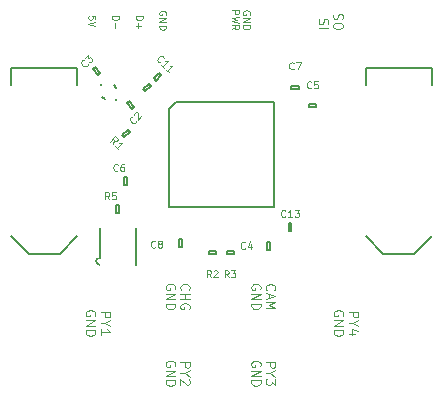
<source format=gto>
G04 #@! TF.FileFunction,Legend,Top*
%FSLAX46Y46*%
G04 Gerber Fmt 4.6, Leading zero omitted, Abs format (unit mm)*
G04 Created by KiCad (PCBNEW 4.0.2+e4-6225~38~ubuntu14.04.1-stable) date Sun 12 Jun 2016 21:18:27 BST*
%MOMM*%
G01*
G04 APERTURE LIST*
%ADD10C,0.100000*%
%ADD11C,0.120000*%
%ADD12C,0.150000*%
%ADD13C,1.200000*%
%ADD14C,1.600000*%
%ADD15R,1.500000X0.300000*%
%ADD16R,0.300000X1.500000*%
%ADD17R,0.750000X0.900000*%
%ADD18R,0.350000X0.650000*%
%ADD19R,0.802000X0.802000*%
%ADD20R,2.920000X0.740000*%
%ADD21C,1.000000*%
%ADD22R,0.900000X0.750000*%
%ADD23R,0.620000X0.620000*%
G04 APERTURE END LIST*
D10*
D11*
X95300000Y-87657143D02*
X95328571Y-87600000D01*
X95328571Y-87514286D01*
X95300000Y-87428571D01*
X95242857Y-87371429D01*
X95185714Y-87342857D01*
X95071429Y-87314286D01*
X94985714Y-87314286D01*
X94871429Y-87342857D01*
X94814286Y-87371429D01*
X94757143Y-87428571D01*
X94728571Y-87514286D01*
X94728571Y-87571429D01*
X94757143Y-87657143D01*
X94785714Y-87685714D01*
X94985714Y-87685714D01*
X94985714Y-87571429D01*
X94728571Y-87942857D02*
X95328571Y-87942857D01*
X94728571Y-88285714D01*
X95328571Y-88285714D01*
X94728571Y-88571428D02*
X95328571Y-88571428D01*
X95328571Y-88714285D01*
X95300000Y-88800000D01*
X95242857Y-88857142D01*
X95185714Y-88885714D01*
X95071429Y-88914285D01*
X94985714Y-88914285D01*
X94871429Y-88885714D01*
X94814286Y-88857142D01*
X94757143Y-88800000D01*
X94728571Y-88714285D01*
X94728571Y-88571428D01*
X92728571Y-87742857D02*
X93328571Y-87742857D01*
X93328571Y-87885714D01*
X93300000Y-87971429D01*
X93242857Y-88028571D01*
X93185714Y-88057143D01*
X93071429Y-88085714D01*
X92985714Y-88085714D01*
X92871429Y-88057143D01*
X92814286Y-88028571D01*
X92757143Y-87971429D01*
X92728571Y-87885714D01*
X92728571Y-87742857D01*
X92957143Y-88342857D02*
X92957143Y-88800000D01*
X92728571Y-88571429D02*
X93185714Y-88571429D01*
X90728571Y-87742857D02*
X91328571Y-87742857D01*
X91328571Y-87885714D01*
X91300000Y-87971429D01*
X91242857Y-88028571D01*
X91185714Y-88057143D01*
X91071429Y-88085714D01*
X90985714Y-88085714D01*
X90871429Y-88057143D01*
X90814286Y-88028571D01*
X90757143Y-87971429D01*
X90728571Y-87885714D01*
X90728571Y-87742857D01*
X90957143Y-88342857D02*
X90957143Y-88800000D01*
X89328571Y-88028571D02*
X89328571Y-87742857D01*
X89042857Y-87714286D01*
X89071429Y-87742857D01*
X89100000Y-87800000D01*
X89100000Y-87942857D01*
X89071429Y-88000000D01*
X89042857Y-88028571D01*
X88985714Y-88057143D01*
X88842857Y-88057143D01*
X88785714Y-88028571D01*
X88757143Y-88000000D01*
X88728571Y-87942857D01*
X88728571Y-87800000D01*
X88757143Y-87742857D01*
X88785714Y-87714286D01*
X89328571Y-88228572D02*
X88728571Y-88428572D01*
X89328571Y-88628572D01*
X102380000Y-87628572D02*
X102408571Y-87571429D01*
X102408571Y-87485715D01*
X102380000Y-87400000D01*
X102322857Y-87342858D01*
X102265714Y-87314286D01*
X102151429Y-87285715D01*
X102065714Y-87285715D01*
X101951429Y-87314286D01*
X101894286Y-87342858D01*
X101837143Y-87400000D01*
X101808571Y-87485715D01*
X101808571Y-87542858D01*
X101837143Y-87628572D01*
X101865714Y-87657143D01*
X102065714Y-87657143D01*
X102065714Y-87542858D01*
X101808571Y-87914286D02*
X102408571Y-87914286D01*
X101808571Y-88257143D01*
X102408571Y-88257143D01*
X101808571Y-88542857D02*
X102408571Y-88542857D01*
X102408571Y-88685714D01*
X102380000Y-88771429D01*
X102322857Y-88828571D01*
X102265714Y-88857143D01*
X102151429Y-88885714D01*
X102065714Y-88885714D01*
X101951429Y-88857143D01*
X101894286Y-88828571D01*
X101837143Y-88771429D01*
X101808571Y-88685714D01*
X101808571Y-88542857D01*
X100848571Y-87257143D02*
X101448571Y-87257143D01*
X101448571Y-87485715D01*
X101420000Y-87542857D01*
X101391429Y-87571429D01*
X101334286Y-87600000D01*
X101248571Y-87600000D01*
X101191429Y-87571429D01*
X101162857Y-87542857D01*
X101134286Y-87485715D01*
X101134286Y-87257143D01*
X101448571Y-87800000D02*
X100848571Y-87942857D01*
X101277143Y-88057143D01*
X100848571Y-88171429D01*
X101448571Y-88314286D01*
X100848571Y-88885714D02*
X101134286Y-88685714D01*
X100848571Y-88542857D02*
X101448571Y-88542857D01*
X101448571Y-88771429D01*
X101420000Y-88828571D01*
X101391429Y-88857143D01*
X101334286Y-88885714D01*
X101248571Y-88885714D01*
X101191429Y-88857143D01*
X101162857Y-88828571D01*
X101134286Y-88771429D01*
X101134286Y-88542857D01*
X109496190Y-87552381D02*
X109458095Y-87666667D01*
X109458095Y-87857143D01*
X109496190Y-87933333D01*
X109534286Y-87971429D01*
X109610476Y-88009524D01*
X109686667Y-88009524D01*
X109762857Y-87971429D01*
X109800952Y-87933333D01*
X109839048Y-87857143D01*
X109877143Y-87704762D01*
X109915238Y-87628571D01*
X109953333Y-87590476D01*
X110029524Y-87552381D01*
X110105714Y-87552381D01*
X110181905Y-87590476D01*
X110220000Y-87628571D01*
X110258095Y-87704762D01*
X110258095Y-87895238D01*
X110220000Y-88009524D01*
X110258095Y-88504762D02*
X110258095Y-88657143D01*
X110220000Y-88733334D01*
X110143810Y-88809524D01*
X109991429Y-88847619D01*
X109724762Y-88847619D01*
X109572381Y-88809524D01*
X109496190Y-88733334D01*
X109458095Y-88657143D01*
X109458095Y-88504762D01*
X109496190Y-88428572D01*
X109572381Y-88352381D01*
X109724762Y-88314286D01*
X109991429Y-88314286D01*
X110143810Y-88352381D01*
X110220000Y-88428572D01*
X110258095Y-88504762D01*
X108256190Y-88009524D02*
X108218095Y-88123810D01*
X108218095Y-88314286D01*
X108256190Y-88390476D01*
X108294286Y-88428572D01*
X108370476Y-88466667D01*
X108446667Y-88466667D01*
X108522857Y-88428572D01*
X108560952Y-88390476D01*
X108599048Y-88314286D01*
X108637143Y-88161905D01*
X108675238Y-88085714D01*
X108713333Y-88047619D01*
X108789524Y-88009524D01*
X108865714Y-88009524D01*
X108941905Y-88047619D01*
X108980000Y-88085714D01*
X109018095Y-88161905D01*
X109018095Y-88352381D01*
X108980000Y-88466667D01*
X108218095Y-88809524D02*
X109018095Y-88809524D01*
X96584286Y-110928572D02*
X96546190Y-110890477D01*
X96508095Y-110776191D01*
X96508095Y-110700001D01*
X96546190Y-110585715D01*
X96622381Y-110509524D01*
X96698571Y-110471429D01*
X96850952Y-110433334D01*
X96965238Y-110433334D01*
X97117619Y-110471429D01*
X97193810Y-110509524D01*
X97270000Y-110585715D01*
X97308095Y-110700001D01*
X97308095Y-110776191D01*
X97270000Y-110890477D01*
X97231905Y-110928572D01*
X96508095Y-111271429D02*
X97308095Y-111271429D01*
X96927143Y-111271429D02*
X96927143Y-111728572D01*
X96508095Y-111728572D02*
X97308095Y-111728572D01*
X97270000Y-112528572D02*
X97308095Y-112452381D01*
X97308095Y-112338096D01*
X97270000Y-112223810D01*
X97193810Y-112147619D01*
X97117619Y-112109524D01*
X96965238Y-112071429D01*
X96850952Y-112071429D01*
X96698571Y-112109524D01*
X96622381Y-112147619D01*
X96546190Y-112223810D01*
X96508095Y-112338096D01*
X96508095Y-112414286D01*
X96546190Y-112528572D01*
X96584286Y-112566667D01*
X96850952Y-112566667D01*
X96850952Y-112414286D01*
X96030000Y-110890477D02*
X96068095Y-110814286D01*
X96068095Y-110700001D01*
X96030000Y-110585715D01*
X95953810Y-110509524D01*
X95877619Y-110471429D01*
X95725238Y-110433334D01*
X95610952Y-110433334D01*
X95458571Y-110471429D01*
X95382381Y-110509524D01*
X95306190Y-110585715D01*
X95268095Y-110700001D01*
X95268095Y-110776191D01*
X95306190Y-110890477D01*
X95344286Y-110928572D01*
X95610952Y-110928572D01*
X95610952Y-110776191D01*
X95268095Y-111271429D02*
X96068095Y-111271429D01*
X95268095Y-111728572D01*
X96068095Y-111728572D01*
X95268095Y-112109524D02*
X96068095Y-112109524D01*
X96068095Y-112300000D01*
X96030000Y-112414286D01*
X95953810Y-112490477D01*
X95877619Y-112528572D01*
X95725238Y-112566667D01*
X95610952Y-112566667D01*
X95458571Y-112528572D01*
X95382381Y-112490477D01*
X95306190Y-112414286D01*
X95268095Y-112300000D01*
X95268095Y-112109524D01*
X103834286Y-110947619D02*
X103796190Y-110909524D01*
X103758095Y-110795238D01*
X103758095Y-110719048D01*
X103796190Y-110604762D01*
X103872381Y-110528571D01*
X103948571Y-110490476D01*
X104100952Y-110452381D01*
X104215238Y-110452381D01*
X104367619Y-110490476D01*
X104443810Y-110528571D01*
X104520000Y-110604762D01*
X104558095Y-110719048D01*
X104558095Y-110795238D01*
X104520000Y-110909524D01*
X104481905Y-110947619D01*
X103986667Y-111252381D02*
X103986667Y-111633333D01*
X103758095Y-111176190D02*
X104558095Y-111442857D01*
X103758095Y-111709524D01*
X103758095Y-111976190D02*
X104558095Y-111976190D01*
X103986667Y-112242857D01*
X104558095Y-112509524D01*
X103758095Y-112509524D01*
X103280000Y-110890477D02*
X103318095Y-110814286D01*
X103318095Y-110700001D01*
X103280000Y-110585715D01*
X103203810Y-110509524D01*
X103127619Y-110471429D01*
X102975238Y-110433334D01*
X102860952Y-110433334D01*
X102708571Y-110471429D01*
X102632381Y-110509524D01*
X102556190Y-110585715D01*
X102518095Y-110700001D01*
X102518095Y-110776191D01*
X102556190Y-110890477D01*
X102594286Y-110928572D01*
X102860952Y-110928572D01*
X102860952Y-110776191D01*
X102518095Y-111271429D02*
X103318095Y-111271429D01*
X102518095Y-111728572D01*
X103318095Y-111728572D01*
X102518095Y-112109524D02*
X103318095Y-112109524D01*
X103318095Y-112300000D01*
X103280000Y-112414286D01*
X103203810Y-112490477D01*
X103127619Y-112528572D01*
X102975238Y-112566667D01*
X102860952Y-112566667D01*
X102708571Y-112528572D01*
X102632381Y-112490477D01*
X102556190Y-112414286D01*
X102518095Y-112300000D01*
X102518095Y-112109524D01*
X110758095Y-112816667D02*
X111558095Y-112816667D01*
X111558095Y-113121429D01*
X111520000Y-113197620D01*
X111481905Y-113235715D01*
X111405714Y-113273810D01*
X111291429Y-113273810D01*
X111215238Y-113235715D01*
X111177143Y-113197620D01*
X111139048Y-113121429D01*
X111139048Y-112816667D01*
X111139048Y-113769048D02*
X110758095Y-113769048D01*
X111558095Y-113502381D02*
X111139048Y-113769048D01*
X111558095Y-114035715D01*
X111291429Y-114645238D02*
X110758095Y-114645238D01*
X111596190Y-114454762D02*
X111024762Y-114264286D01*
X111024762Y-114759524D01*
X110280000Y-113140477D02*
X110318095Y-113064286D01*
X110318095Y-112950001D01*
X110280000Y-112835715D01*
X110203810Y-112759524D01*
X110127619Y-112721429D01*
X109975238Y-112683334D01*
X109860952Y-112683334D01*
X109708571Y-112721429D01*
X109632381Y-112759524D01*
X109556190Y-112835715D01*
X109518095Y-112950001D01*
X109518095Y-113026191D01*
X109556190Y-113140477D01*
X109594286Y-113178572D01*
X109860952Y-113178572D01*
X109860952Y-113026191D01*
X109518095Y-113521429D02*
X110318095Y-113521429D01*
X109518095Y-113978572D01*
X110318095Y-113978572D01*
X109518095Y-114359524D02*
X110318095Y-114359524D01*
X110318095Y-114550000D01*
X110280000Y-114664286D01*
X110203810Y-114740477D01*
X110127619Y-114778572D01*
X109975238Y-114816667D01*
X109860952Y-114816667D01*
X109708571Y-114778572D01*
X109632381Y-114740477D01*
X109556190Y-114664286D01*
X109518095Y-114550000D01*
X109518095Y-114359524D01*
X103758095Y-117066667D02*
X104558095Y-117066667D01*
X104558095Y-117371429D01*
X104520000Y-117447620D01*
X104481905Y-117485715D01*
X104405714Y-117523810D01*
X104291429Y-117523810D01*
X104215238Y-117485715D01*
X104177143Y-117447620D01*
X104139048Y-117371429D01*
X104139048Y-117066667D01*
X104139048Y-118019048D02*
X103758095Y-118019048D01*
X104558095Y-117752381D02*
X104139048Y-118019048D01*
X104558095Y-118285715D01*
X104558095Y-118476191D02*
X104558095Y-118971429D01*
X104253333Y-118704762D01*
X104253333Y-118819048D01*
X104215238Y-118895238D01*
X104177143Y-118933334D01*
X104100952Y-118971429D01*
X103910476Y-118971429D01*
X103834286Y-118933334D01*
X103796190Y-118895238D01*
X103758095Y-118819048D01*
X103758095Y-118590476D01*
X103796190Y-118514286D01*
X103834286Y-118476191D01*
X103280000Y-117390477D02*
X103318095Y-117314286D01*
X103318095Y-117200001D01*
X103280000Y-117085715D01*
X103203810Y-117009524D01*
X103127619Y-116971429D01*
X102975238Y-116933334D01*
X102860952Y-116933334D01*
X102708571Y-116971429D01*
X102632381Y-117009524D01*
X102556190Y-117085715D01*
X102518095Y-117200001D01*
X102518095Y-117276191D01*
X102556190Y-117390477D01*
X102594286Y-117428572D01*
X102860952Y-117428572D01*
X102860952Y-117276191D01*
X102518095Y-117771429D02*
X103318095Y-117771429D01*
X102518095Y-118228572D01*
X103318095Y-118228572D01*
X102518095Y-118609524D02*
X103318095Y-118609524D01*
X103318095Y-118800000D01*
X103280000Y-118914286D01*
X103203810Y-118990477D01*
X103127619Y-119028572D01*
X102975238Y-119066667D01*
X102860952Y-119066667D01*
X102708571Y-119028572D01*
X102632381Y-118990477D01*
X102556190Y-118914286D01*
X102518095Y-118800000D01*
X102518095Y-118609524D01*
X96508095Y-117066667D02*
X97308095Y-117066667D01*
X97308095Y-117371429D01*
X97270000Y-117447620D01*
X97231905Y-117485715D01*
X97155714Y-117523810D01*
X97041429Y-117523810D01*
X96965238Y-117485715D01*
X96927143Y-117447620D01*
X96889048Y-117371429D01*
X96889048Y-117066667D01*
X96889048Y-118019048D02*
X96508095Y-118019048D01*
X97308095Y-117752381D02*
X96889048Y-118019048D01*
X97308095Y-118285715D01*
X97231905Y-118514286D02*
X97270000Y-118552381D01*
X97308095Y-118628572D01*
X97308095Y-118819048D01*
X97270000Y-118895238D01*
X97231905Y-118933334D01*
X97155714Y-118971429D01*
X97079524Y-118971429D01*
X96965238Y-118933334D01*
X96508095Y-118476191D01*
X96508095Y-118971429D01*
X96030000Y-117390477D02*
X96068095Y-117314286D01*
X96068095Y-117200001D01*
X96030000Y-117085715D01*
X95953810Y-117009524D01*
X95877619Y-116971429D01*
X95725238Y-116933334D01*
X95610952Y-116933334D01*
X95458571Y-116971429D01*
X95382381Y-117009524D01*
X95306190Y-117085715D01*
X95268095Y-117200001D01*
X95268095Y-117276191D01*
X95306190Y-117390477D01*
X95344286Y-117428572D01*
X95610952Y-117428572D01*
X95610952Y-117276191D01*
X95268095Y-117771429D02*
X96068095Y-117771429D01*
X95268095Y-118228572D01*
X96068095Y-118228572D01*
X95268095Y-118609524D02*
X96068095Y-118609524D01*
X96068095Y-118800000D01*
X96030000Y-118914286D01*
X95953810Y-118990477D01*
X95877619Y-119028572D01*
X95725238Y-119066667D01*
X95610952Y-119066667D01*
X95458571Y-119028572D01*
X95382381Y-118990477D01*
X95306190Y-118914286D01*
X95268095Y-118800000D01*
X95268095Y-118609524D01*
X89758095Y-112816667D02*
X90558095Y-112816667D01*
X90558095Y-113121429D01*
X90520000Y-113197620D01*
X90481905Y-113235715D01*
X90405714Y-113273810D01*
X90291429Y-113273810D01*
X90215238Y-113235715D01*
X90177143Y-113197620D01*
X90139048Y-113121429D01*
X90139048Y-112816667D01*
X90139048Y-113769048D02*
X89758095Y-113769048D01*
X90558095Y-113502381D02*
X90139048Y-113769048D01*
X90558095Y-114035715D01*
X89758095Y-114721429D02*
X89758095Y-114264286D01*
X89758095Y-114492857D02*
X90558095Y-114492857D01*
X90443810Y-114416667D01*
X90367619Y-114340476D01*
X90329524Y-114264286D01*
X89280000Y-113140477D02*
X89318095Y-113064286D01*
X89318095Y-112950001D01*
X89280000Y-112835715D01*
X89203810Y-112759524D01*
X89127619Y-112721429D01*
X88975238Y-112683334D01*
X88860952Y-112683334D01*
X88708571Y-112721429D01*
X88632381Y-112759524D01*
X88556190Y-112835715D01*
X88518095Y-112950001D01*
X88518095Y-113026191D01*
X88556190Y-113140477D01*
X88594286Y-113178572D01*
X88860952Y-113178572D01*
X88860952Y-113026191D01*
X88518095Y-113521429D02*
X89318095Y-113521429D01*
X88518095Y-113978572D01*
X89318095Y-113978572D01*
X88518095Y-114359524D02*
X89318095Y-114359524D01*
X89318095Y-114550000D01*
X89280000Y-114664286D01*
X89203810Y-114740477D01*
X89127619Y-114778572D01*
X88975238Y-114816667D01*
X88860952Y-114816667D01*
X88708571Y-114778572D01*
X88632381Y-114740477D01*
X88556190Y-114664286D01*
X88518095Y-114550000D01*
X88518095Y-114359524D01*
X107600000Y-93814286D02*
X107571429Y-93842857D01*
X107485715Y-93871429D01*
X107428572Y-93871429D01*
X107342857Y-93842857D01*
X107285715Y-93785714D01*
X107257143Y-93728571D01*
X107228572Y-93614286D01*
X107228572Y-93528571D01*
X107257143Y-93414286D01*
X107285715Y-93357143D01*
X107342857Y-93300000D01*
X107428572Y-93271429D01*
X107485715Y-93271429D01*
X107571429Y-93300000D01*
X107600000Y-93328571D01*
X108142857Y-93271429D02*
X107857143Y-93271429D01*
X107828572Y-93557143D01*
X107857143Y-93528571D01*
X107914286Y-93500000D01*
X108057143Y-93500000D01*
X108114286Y-93528571D01*
X108142857Y-93557143D01*
X108171429Y-93614286D01*
X108171429Y-93757143D01*
X108142857Y-93814286D01*
X108114286Y-93842857D01*
X108057143Y-93871429D01*
X107914286Y-93871429D01*
X107857143Y-93842857D01*
X107828572Y-93814286D01*
X106100000Y-92214286D02*
X106071429Y-92242857D01*
X105985715Y-92271429D01*
X105928572Y-92271429D01*
X105842857Y-92242857D01*
X105785715Y-92185714D01*
X105757143Y-92128571D01*
X105728572Y-92014286D01*
X105728572Y-91928571D01*
X105757143Y-91814286D01*
X105785715Y-91757143D01*
X105842857Y-91700000D01*
X105928572Y-91671429D01*
X105985715Y-91671429D01*
X106071429Y-91700000D01*
X106100000Y-91728571D01*
X106300000Y-91671429D02*
X106700000Y-91671429D01*
X106442857Y-92271429D01*
X105414285Y-104714286D02*
X105385714Y-104742857D01*
X105300000Y-104771429D01*
X105242857Y-104771429D01*
X105157142Y-104742857D01*
X105100000Y-104685714D01*
X105071428Y-104628571D01*
X105042857Y-104514286D01*
X105042857Y-104428571D01*
X105071428Y-104314286D01*
X105100000Y-104257143D01*
X105157142Y-104200000D01*
X105242857Y-104171429D01*
X105300000Y-104171429D01*
X105385714Y-104200000D01*
X105414285Y-104228571D01*
X105985714Y-104771429D02*
X105642857Y-104771429D01*
X105814285Y-104771429D02*
X105814285Y-104171429D01*
X105757142Y-104257143D01*
X105700000Y-104314286D01*
X105642857Y-104342857D01*
X106185714Y-104171429D02*
X106557143Y-104171429D01*
X106357143Y-104400000D01*
X106442857Y-104400000D01*
X106500000Y-104428571D01*
X106528571Y-104457143D01*
X106557143Y-104514286D01*
X106557143Y-104657143D01*
X106528571Y-104714286D01*
X106500000Y-104742857D01*
X106442857Y-104771429D01*
X106271429Y-104771429D01*
X106214286Y-104742857D01*
X106185714Y-104714286D01*
X102000000Y-107414286D02*
X101971429Y-107442857D01*
X101885715Y-107471429D01*
X101828572Y-107471429D01*
X101742857Y-107442857D01*
X101685715Y-107385714D01*
X101657143Y-107328571D01*
X101628572Y-107214286D01*
X101628572Y-107128571D01*
X101657143Y-107014286D01*
X101685715Y-106957143D01*
X101742857Y-106900000D01*
X101828572Y-106871429D01*
X101885715Y-106871429D01*
X101971429Y-106900000D01*
X102000000Y-106928571D01*
X102514286Y-107071429D02*
X102514286Y-107471429D01*
X102371429Y-106842857D02*
X102228572Y-107271429D01*
X102600000Y-107271429D01*
X100600000Y-109871429D02*
X100400000Y-109585714D01*
X100257143Y-109871429D02*
X100257143Y-109271429D01*
X100485715Y-109271429D01*
X100542857Y-109300000D01*
X100571429Y-109328571D01*
X100600000Y-109385714D01*
X100600000Y-109471429D01*
X100571429Y-109528571D01*
X100542857Y-109557143D01*
X100485715Y-109585714D01*
X100257143Y-109585714D01*
X100800000Y-109271429D02*
X101171429Y-109271429D01*
X100971429Y-109500000D01*
X101057143Y-109500000D01*
X101114286Y-109528571D01*
X101142857Y-109557143D01*
X101171429Y-109614286D01*
X101171429Y-109757143D01*
X101142857Y-109814286D01*
X101114286Y-109842857D01*
X101057143Y-109871429D01*
X100885715Y-109871429D01*
X100828572Y-109842857D01*
X100800000Y-109814286D01*
X99100000Y-109871429D02*
X98900000Y-109585714D01*
X98757143Y-109871429D02*
X98757143Y-109271429D01*
X98985715Y-109271429D01*
X99042857Y-109300000D01*
X99071429Y-109328571D01*
X99100000Y-109385714D01*
X99100000Y-109471429D01*
X99071429Y-109528571D01*
X99042857Y-109557143D01*
X98985715Y-109585714D01*
X98757143Y-109585714D01*
X99328572Y-109328571D02*
X99357143Y-109300000D01*
X99414286Y-109271429D01*
X99557143Y-109271429D01*
X99614286Y-109300000D01*
X99642857Y-109328571D01*
X99671429Y-109385714D01*
X99671429Y-109442857D01*
X99642857Y-109528571D01*
X99300000Y-109871429D01*
X99671429Y-109871429D01*
X94400000Y-107314286D02*
X94371429Y-107342857D01*
X94285715Y-107371429D01*
X94228572Y-107371429D01*
X94142857Y-107342857D01*
X94085715Y-107285714D01*
X94057143Y-107228571D01*
X94028572Y-107114286D01*
X94028572Y-107028571D01*
X94057143Y-106914286D01*
X94085715Y-106857143D01*
X94142857Y-106800000D01*
X94228572Y-106771429D01*
X94285715Y-106771429D01*
X94371429Y-106800000D01*
X94400000Y-106828571D01*
X94742857Y-107028571D02*
X94685715Y-107000000D01*
X94657143Y-106971429D01*
X94628572Y-106914286D01*
X94628572Y-106885714D01*
X94657143Y-106828571D01*
X94685715Y-106800000D01*
X94742857Y-106771429D01*
X94857143Y-106771429D01*
X94914286Y-106800000D01*
X94942857Y-106828571D01*
X94971429Y-106885714D01*
X94971429Y-106914286D01*
X94942857Y-106971429D01*
X94914286Y-107000000D01*
X94857143Y-107028571D01*
X94742857Y-107028571D01*
X94685715Y-107057143D01*
X94657143Y-107085714D01*
X94628572Y-107142857D01*
X94628572Y-107257143D01*
X94657143Y-107314286D01*
X94685715Y-107342857D01*
X94742857Y-107371429D01*
X94857143Y-107371429D01*
X94914286Y-107342857D01*
X94942857Y-107314286D01*
X94971429Y-107257143D01*
X94971429Y-107142857D01*
X94942857Y-107085714D01*
X94914286Y-107057143D01*
X94857143Y-107028571D01*
X90500000Y-103271429D02*
X90300000Y-102985714D01*
X90157143Y-103271429D02*
X90157143Y-102671429D01*
X90385715Y-102671429D01*
X90442857Y-102700000D01*
X90471429Y-102728571D01*
X90500000Y-102785714D01*
X90500000Y-102871429D01*
X90471429Y-102928571D01*
X90442857Y-102957143D01*
X90385715Y-102985714D01*
X90157143Y-102985714D01*
X91042857Y-102671429D02*
X90757143Y-102671429D01*
X90728572Y-102957143D01*
X90757143Y-102928571D01*
X90814286Y-102900000D01*
X90957143Y-102900000D01*
X91014286Y-102928571D01*
X91042857Y-102957143D01*
X91071429Y-103014286D01*
X91071429Y-103157143D01*
X91042857Y-103214286D01*
X91014286Y-103242857D01*
X90957143Y-103271429D01*
X90814286Y-103271429D01*
X90757143Y-103242857D01*
X90728572Y-103214286D01*
X91200000Y-100814286D02*
X91171429Y-100842857D01*
X91085715Y-100871429D01*
X91028572Y-100871429D01*
X90942857Y-100842857D01*
X90885715Y-100785714D01*
X90857143Y-100728571D01*
X90828572Y-100614286D01*
X90828572Y-100528571D01*
X90857143Y-100414286D01*
X90885715Y-100357143D01*
X90942857Y-100300000D01*
X91028572Y-100271429D01*
X91085715Y-100271429D01*
X91171429Y-100300000D01*
X91200000Y-100328571D01*
X91714286Y-100271429D02*
X91600000Y-100271429D01*
X91542857Y-100300000D01*
X91514286Y-100328571D01*
X91457143Y-100414286D01*
X91428572Y-100528571D01*
X91428572Y-100757143D01*
X91457143Y-100814286D01*
X91485715Y-100842857D01*
X91542857Y-100871429D01*
X91657143Y-100871429D01*
X91714286Y-100842857D01*
X91742857Y-100814286D01*
X91771429Y-100757143D01*
X91771429Y-100614286D01*
X91742857Y-100557143D01*
X91714286Y-100528571D01*
X91657143Y-100500000D01*
X91542857Y-100500000D01*
X91485715Y-100528571D01*
X91457143Y-100557143D01*
X91428572Y-100614286D01*
X90837360Y-98621219D02*
X90897970Y-98277766D01*
X90594924Y-98378782D02*
X91019188Y-97954518D01*
X91180812Y-98116143D01*
X91201015Y-98176751D01*
X91201016Y-98217157D01*
X91180812Y-98277766D01*
X91120203Y-98338376D01*
X91059595Y-98358579D01*
X91019188Y-98358579D01*
X90958579Y-98338376D01*
X90796955Y-98176751D01*
X91241421Y-99025280D02*
X90998985Y-98782843D01*
X91120203Y-98904061D02*
X91544467Y-98479797D01*
X91443452Y-98500000D01*
X91362640Y-98500001D01*
X91302031Y-98479797D01*
X92780812Y-96622234D02*
X92780812Y-96662639D01*
X92740407Y-96743452D01*
X92700001Y-96783858D01*
X92619188Y-96824264D01*
X92538376Y-96824263D01*
X92477766Y-96804061D01*
X92376752Y-96743452D01*
X92316142Y-96682842D01*
X92255533Y-96581828D01*
X92235330Y-96521218D01*
X92235330Y-96440406D01*
X92275737Y-96359594D01*
X92316143Y-96319188D01*
X92396955Y-96278781D01*
X92437360Y-96278781D01*
X92598985Y-96117157D02*
X92598985Y-96076751D01*
X92619188Y-96016142D01*
X92720203Y-95915127D01*
X92780812Y-95894924D01*
X92821218Y-95894924D01*
X92881828Y-95915126D01*
X92922234Y-95955532D01*
X92962639Y-96036345D01*
X92962640Y-96521219D01*
X93225280Y-96258579D01*
X88680812Y-91822234D02*
X88680812Y-91862639D01*
X88640407Y-91943452D01*
X88600001Y-91983858D01*
X88519188Y-92024264D01*
X88438376Y-92024263D01*
X88377766Y-92004061D01*
X88276752Y-91943452D01*
X88216142Y-91882842D01*
X88155533Y-91781828D01*
X88135330Y-91721218D01*
X88135330Y-91640406D01*
X88175737Y-91559594D01*
X88216143Y-91519188D01*
X88296955Y-91478781D01*
X88337360Y-91478781D01*
X88438376Y-91296955D02*
X88701016Y-91034315D01*
X88721219Y-91337360D01*
X88781828Y-91276751D01*
X88842437Y-91256548D01*
X88882843Y-91256548D01*
X88943452Y-91276751D01*
X89044468Y-91377766D01*
X89064670Y-91438376D01*
X89064670Y-91478781D01*
X89044468Y-91539391D01*
X88923250Y-91660609D01*
X88862640Y-91680812D01*
X88822234Y-91680812D01*
X94775735Y-91678781D02*
X94735330Y-91678781D01*
X94654517Y-91638376D01*
X94614111Y-91597970D01*
X94573705Y-91517157D01*
X94573706Y-91436345D01*
X94593908Y-91375735D01*
X94654517Y-91274721D01*
X94715127Y-91214111D01*
X94816141Y-91153502D01*
X94876751Y-91133299D01*
X94957563Y-91133299D01*
X95038375Y-91173706D01*
X95078781Y-91214112D01*
X95119188Y-91294924D01*
X95119188Y-91335329D01*
X95139390Y-92123249D02*
X94896954Y-91880812D01*
X95018172Y-92002030D02*
X95442436Y-91577766D01*
X95341421Y-91597969D01*
X95260609Y-91597970D01*
X95200000Y-91577766D01*
X95543452Y-92527310D02*
X95301015Y-92284874D01*
X95422233Y-92406092D02*
X95846497Y-91981828D01*
X95745482Y-92002030D01*
X95664670Y-92002031D01*
X95604061Y-91981828D01*
D12*
X96150000Y-95050000D02*
X104450000Y-95050000D01*
X104450000Y-95050000D02*
X104450000Y-103950000D01*
X104450000Y-103950000D02*
X95550000Y-103950000D01*
X95550000Y-103950000D02*
X95550000Y-95650000D01*
X95550000Y-95650000D02*
X96150000Y-95050000D01*
X91325000Y-104425000D02*
X91075000Y-104425000D01*
X91075000Y-104425000D02*
X91075000Y-103775000D01*
X91075000Y-103775000D02*
X91325000Y-103775000D01*
X91325000Y-103775000D02*
X91325000Y-104425000D01*
X89675000Y-108200000D02*
X89675000Y-105700000D01*
X92775000Y-108800000D02*
X92775000Y-105700000D01*
X89675000Y-108200000D02*
G75*
G03X89675000Y-108800000I0J-300000D01*
G01*
X87785000Y-93635000D02*
X87785000Y-92135000D01*
X87785000Y-92135000D02*
X82215000Y-92135000D01*
X82215000Y-92135000D02*
X82215000Y-93635000D01*
X82215000Y-106365000D02*
X83715000Y-107865000D01*
X83715000Y-107865000D02*
X86285000Y-107865000D01*
X86285000Y-107865000D02*
X87785000Y-106365000D01*
X117785000Y-93635000D02*
X117785000Y-92135000D01*
X117785000Y-92135000D02*
X112215000Y-92135000D01*
X112215000Y-92135000D02*
X112215000Y-93635000D01*
X112215000Y-106365000D02*
X113715000Y-107865000D01*
X113715000Y-107865000D02*
X116285000Y-107865000D01*
X116285000Y-107865000D02*
X117785000Y-106365000D01*
X91101041Y-94871751D02*
X91171751Y-94801041D01*
X89898959Y-94588909D02*
X90111091Y-94801041D01*
X89828249Y-93598959D02*
X89898959Y-93528249D01*
X90888909Y-93598959D02*
X91101041Y-93811091D01*
X105675000Y-105275000D02*
X105925000Y-105275000D01*
X105925000Y-105275000D02*
X105925000Y-105925000D01*
X105925000Y-105925000D02*
X105675000Y-105925000D01*
X105675000Y-105925000D02*
X105675000Y-105275000D01*
X93558579Y-94118198D02*
X93381802Y-93941421D01*
X93381802Y-93941421D02*
X93841421Y-93481802D01*
X93841421Y-93481802D02*
X94018198Y-93658579D01*
X94018198Y-93658579D02*
X93558579Y-94118198D01*
X94458579Y-93218198D02*
X94281802Y-93041421D01*
X94281802Y-93041421D02*
X94741421Y-92581802D01*
X94741421Y-92581802D02*
X94918198Y-92758579D01*
X94918198Y-92758579D02*
X94458579Y-93218198D01*
X96625000Y-107325000D02*
X96375000Y-107325000D01*
X96375000Y-107325000D02*
X96375000Y-106675000D01*
X96375000Y-106675000D02*
X96625000Y-106675000D01*
X96625000Y-106675000D02*
X96625000Y-107325000D01*
X105875000Y-93925000D02*
X105875000Y-93675000D01*
X105875000Y-93675000D02*
X106525000Y-93675000D01*
X106525000Y-93675000D02*
X106525000Y-93925000D01*
X106525000Y-93925000D02*
X105875000Y-93925000D01*
X92025000Y-102025000D02*
X91775000Y-102025000D01*
X91775000Y-102025000D02*
X91775000Y-101375000D01*
X91775000Y-101375000D02*
X92025000Y-101375000D01*
X92025000Y-101375000D02*
X92025000Y-102025000D01*
X108025000Y-95175000D02*
X108025000Y-95425000D01*
X108025000Y-95425000D02*
X107375000Y-95425000D01*
X107375000Y-95425000D02*
X107375000Y-95175000D01*
X107375000Y-95175000D02*
X108025000Y-95175000D01*
X104125000Y-107525000D02*
X103875000Y-107525000D01*
X103875000Y-107525000D02*
X103875000Y-106875000D01*
X103875000Y-106875000D02*
X104125000Y-106875000D01*
X104125000Y-106875000D02*
X104125000Y-107525000D01*
X89718198Y-92541421D02*
X89541421Y-92718198D01*
X89541421Y-92718198D02*
X89081802Y-92258579D01*
X89081802Y-92258579D02*
X89258579Y-92081802D01*
X89258579Y-92081802D02*
X89718198Y-92541421D01*
X92618198Y-95441421D02*
X92441421Y-95618198D01*
X92441421Y-95618198D02*
X91981802Y-95158579D01*
X91981802Y-95158579D02*
X92158579Y-94981802D01*
X92158579Y-94981802D02*
X92618198Y-95441421D01*
X100425000Y-107925000D02*
X100425000Y-107675000D01*
X100425000Y-107675000D02*
X101075000Y-107675000D01*
X101075000Y-107675000D02*
X101075000Y-107925000D01*
X101075000Y-107925000D02*
X100425000Y-107925000D01*
X98925000Y-107925000D02*
X98925000Y-107675000D01*
X98925000Y-107675000D02*
X99575000Y-107675000D01*
X99575000Y-107675000D02*
X99575000Y-107925000D01*
X99575000Y-107925000D02*
X98925000Y-107925000D01*
X92041421Y-97381802D02*
X92218198Y-97558579D01*
X92218198Y-97558579D02*
X91758579Y-98018198D01*
X91758579Y-98018198D02*
X91581802Y-97841421D01*
X91581802Y-97841421D02*
X92041421Y-97381802D01*
%LPC*%
D13*
X87500000Y-88200000D03*
D14*
X89000000Y-89900000D03*
X91000000Y-89900000D03*
X93000000Y-89900000D03*
X95000000Y-89900000D03*
D15*
X94300000Y-95750000D03*
X94300000Y-96250000D03*
X94300000Y-96750000D03*
X94300000Y-97250000D03*
X94300000Y-97750000D03*
X94300000Y-98250000D03*
X94300000Y-98750000D03*
X94300000Y-99250000D03*
X94300000Y-99750000D03*
X94300000Y-100250000D03*
X94300000Y-100750000D03*
X94300000Y-101250000D03*
X94300000Y-101750000D03*
X94300000Y-102250000D03*
X94300000Y-102750000D03*
X94300000Y-103250000D03*
D16*
X96250000Y-105200000D03*
X96750000Y-105200000D03*
X97250000Y-105200000D03*
X97750000Y-105200000D03*
X98250000Y-105200000D03*
X98750000Y-105200000D03*
X99250000Y-105200000D03*
X99750000Y-105200000D03*
X100250000Y-105200000D03*
X100750000Y-105200000D03*
X101250000Y-105200000D03*
X101750000Y-105200000D03*
X102250000Y-105200000D03*
X102750000Y-105200000D03*
X103250000Y-105200000D03*
X103750000Y-105200000D03*
D15*
X105700000Y-103250000D03*
X105700000Y-102750000D03*
X105700000Y-102250000D03*
X105700000Y-101750000D03*
X105700000Y-101250000D03*
X105700000Y-100750000D03*
X105700000Y-100250000D03*
X105700000Y-99750000D03*
X105700000Y-99250000D03*
X105700000Y-98750000D03*
X105700000Y-98250000D03*
X105700000Y-97750000D03*
X105700000Y-97250000D03*
X105700000Y-96750000D03*
X105700000Y-96250000D03*
X105700000Y-95750000D03*
D16*
X103750000Y-93800000D03*
X103250000Y-93800000D03*
X102750000Y-93800000D03*
X102250000Y-93800000D03*
X101750000Y-93800000D03*
X101250000Y-93800000D03*
X100750000Y-93800000D03*
X100250000Y-93800000D03*
X99750000Y-93800000D03*
X99250000Y-93800000D03*
X98750000Y-93800000D03*
X98250000Y-93800000D03*
X97750000Y-93800000D03*
X97250000Y-93800000D03*
X96750000Y-93800000D03*
X96250000Y-93800000D03*
D17*
X91900000Y-104100000D03*
X90500000Y-104100000D03*
D18*
X90250000Y-108800000D03*
X90900000Y-108800000D03*
X91550000Y-108800000D03*
X92200000Y-108800000D03*
X92200000Y-105700000D03*
X91550000Y-105700000D03*
X90900000Y-105700000D03*
X90250000Y-105700000D03*
D19*
X90625000Y-107250000D03*
X91825000Y-107250000D03*
D20*
X83285000Y-94285000D03*
X86715000Y-94285000D03*
X83285000Y-95555000D03*
X86715000Y-95555000D03*
X83285000Y-96825000D03*
X86715000Y-96825000D03*
X83285000Y-98095000D03*
X86715000Y-98095000D03*
X83285000Y-99365000D03*
X86715000Y-99365000D03*
X83285000Y-100635000D03*
X86715000Y-100635000D03*
X83285000Y-101905000D03*
X86715000Y-101905000D03*
X83285000Y-103175000D03*
X86715000Y-103175000D03*
X83285000Y-104445000D03*
X86715000Y-104445000D03*
X83285000Y-105715000D03*
X86715000Y-105715000D03*
X113285000Y-94285000D03*
X116715000Y-94285000D03*
X113285000Y-95555000D03*
X116715000Y-95555000D03*
X113285000Y-96825000D03*
X116715000Y-96825000D03*
X113285000Y-98095000D03*
X116715000Y-98095000D03*
X113285000Y-99365000D03*
X116715000Y-99365000D03*
X113285000Y-100635000D03*
X116715000Y-100635000D03*
X113285000Y-101905000D03*
X116715000Y-101905000D03*
X113285000Y-103175000D03*
X116715000Y-103175000D03*
X113285000Y-104445000D03*
X116715000Y-104445000D03*
X113285000Y-105715000D03*
X116715000Y-105715000D03*
D13*
X91900000Y-113100000D03*
D14*
X90400000Y-111400000D03*
X88400000Y-111400000D03*
D13*
X106100000Y-117300000D03*
D14*
X104600000Y-115600000D03*
X102600000Y-115600000D03*
D13*
X106700000Y-88200000D03*
D14*
X108200000Y-89900000D03*
X110200000Y-89900000D03*
D13*
X98900000Y-117300000D03*
D14*
X97400000Y-115600000D03*
X95400000Y-115600000D03*
D13*
X113100000Y-113100000D03*
D14*
X111600000Y-111400000D03*
X109600000Y-111400000D03*
D13*
X99100000Y-88200000D03*
D14*
X100600000Y-89900000D03*
X102600000Y-89900000D03*
D13*
X98900000Y-110900000D03*
D14*
X97400000Y-109200000D03*
X95400000Y-109200000D03*
D13*
X106100000Y-110900000D03*
D14*
X104600000Y-109200000D03*
X102600000Y-109200000D03*
D21*
X108695000Y-102840000D03*
X107679000Y-97760000D03*
X109711000Y-97760000D03*
D10*
G36*
X88944365Y-94058579D02*
X89545406Y-93457538D01*
X90217157Y-94129289D01*
X89616116Y-94730330D01*
X88944365Y-94058579D01*
X88944365Y-94058579D01*
G37*
G36*
X89969670Y-95083884D02*
X90570711Y-94482843D01*
X91242462Y-95154594D01*
X90641421Y-95755635D01*
X89969670Y-95083884D01*
X89969670Y-95083884D01*
G37*
G36*
X90782843Y-94270711D02*
X91383884Y-93669670D01*
X92055635Y-94341421D01*
X91454594Y-94942462D01*
X90782843Y-94270711D01*
X90782843Y-94270711D01*
G37*
G36*
X89757538Y-93245406D02*
X90358579Y-92644365D01*
X91030330Y-93316116D01*
X90429289Y-93917157D01*
X89757538Y-93245406D01*
X89757538Y-93245406D01*
G37*
D17*
X105100000Y-105600000D03*
X106500000Y-105600000D03*
D10*
G36*
X94778338Y-94241942D02*
X94141942Y-94878338D01*
X93611612Y-94348008D01*
X94248008Y-93711612D01*
X94778338Y-94241942D01*
X94778338Y-94241942D01*
G37*
G36*
X93788388Y-93251992D02*
X93151992Y-93888388D01*
X92621662Y-93358058D01*
X93258058Y-92721662D01*
X93788388Y-93251992D01*
X93788388Y-93251992D01*
G37*
G36*
X95678338Y-93341942D02*
X95041942Y-93978338D01*
X94511612Y-93448008D01*
X95148008Y-92811612D01*
X95678338Y-93341942D01*
X95678338Y-93341942D01*
G37*
G36*
X94688388Y-92351992D02*
X94051992Y-92988388D01*
X93521662Y-92458058D01*
X94158058Y-91821662D01*
X94688388Y-92351992D01*
X94688388Y-92351992D01*
G37*
D17*
X97200000Y-107000000D03*
X95800000Y-107000000D03*
D22*
X106200000Y-94500000D03*
X106200000Y-93100000D03*
D17*
X92600000Y-101700000D03*
X91200000Y-101700000D03*
D22*
X107700000Y-94600000D03*
X107700000Y-96000000D03*
D17*
X104700000Y-107200000D03*
X103300000Y-107200000D03*
D10*
G36*
X89841942Y-91321662D02*
X90478338Y-91958058D01*
X89948008Y-92488388D01*
X89311612Y-91851992D01*
X89841942Y-91321662D01*
X89841942Y-91321662D01*
G37*
G36*
X88851992Y-92311612D02*
X89488388Y-92948008D01*
X88958058Y-93478338D01*
X88321662Y-92841942D01*
X88851992Y-92311612D01*
X88851992Y-92311612D01*
G37*
G36*
X92741942Y-94221662D02*
X93378338Y-94858058D01*
X92848008Y-95388388D01*
X92211612Y-94751992D01*
X92741942Y-94221662D01*
X92741942Y-94221662D01*
G37*
G36*
X91751992Y-95211612D02*
X92388388Y-95848008D01*
X91858058Y-96378338D01*
X91221662Y-95741942D01*
X91751992Y-95211612D01*
X91751992Y-95211612D01*
G37*
D22*
X100750000Y-108500000D03*
X100750000Y-107100000D03*
X99250000Y-108500000D03*
X99250000Y-107100000D03*
D10*
G36*
X90821662Y-97258058D02*
X91458058Y-96621662D01*
X91988388Y-97151992D01*
X91351992Y-97788388D01*
X90821662Y-97258058D01*
X90821662Y-97258058D01*
G37*
G36*
X91811612Y-98248008D02*
X92448008Y-97611612D01*
X92978338Y-98141942D01*
X92341942Y-98778338D01*
X91811612Y-98248008D01*
X91811612Y-98248008D01*
G37*
D23*
X92150000Y-111400000D03*
X93050000Y-111400000D03*
X96850000Y-114200000D03*
X95950000Y-114200000D03*
X104055000Y-114200000D03*
X103155000Y-114200000D03*
X111050000Y-110000000D03*
X110150000Y-110000000D03*
X92700000Y-91300000D03*
X92700000Y-92200000D03*
X91300000Y-91300000D03*
X91300000Y-92200000D03*
X87400000Y-89900000D03*
X86500000Y-89900000D03*
X101150000Y-91350000D03*
X102050000Y-91350000D03*
D10*
G36*
X106400000Y-107938406D02*
X105961594Y-107500000D01*
X106400000Y-107061594D01*
X106838406Y-107500000D01*
X106400000Y-107938406D01*
X106400000Y-107938406D01*
G37*
G36*
X107036396Y-107302010D02*
X106597990Y-106863604D01*
X107036396Y-106425198D01*
X107474802Y-106863604D01*
X107036396Y-107302010D01*
X107036396Y-107302010D01*
G37*
D23*
X100400000Y-111850000D03*
X100400000Y-110950000D03*
X111700000Y-89900000D03*
X112600000Y-89900000D03*
X106750000Y-89900000D03*
X105850000Y-89900000D03*
M02*

</source>
